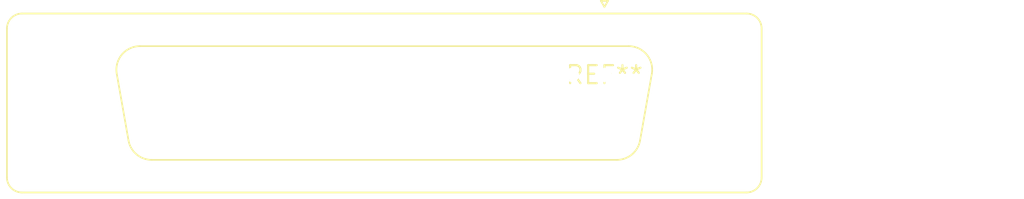
<source format=kicad_pcb>
(kicad_pcb (version 20240108) (generator pcbnew)
  (layers (0 "F.Cu" signal) (31 "B.Cu" signal) (34 "B.Paste" user) (35 "F.Paste" user) (36 "B.SilkS" user "B.Silkscreen") (37 "F.SilkS" user "F.Silkscreen") (38 "B.Mask" user) (39 "F.Mask" user) (44 "Edge.Cuts" user))
  (net 0 "")
  (footprint "DSUB-44-HD_Female_Vertical_P2.29x1.98mm_MountingHoles" (layer "F.Cu") (at 0 0)
    (property "Reference" "REF**")
    (property "Value" "DSUB-44-HD_Female_Vertical_P2.29x1.98mm_MountingHoles")
    (fp_line (start -42.135 7.23) (end -42.135 -3.27) (layer "F.SilkS") (stroke (width 0.12)))
    (fp_line (start -41.075 -4.33) (end 10.025 -4.33) (layer "F.SilkS") (stroke (width 0.12)))
    (fp_line (start -34.39147 -0.081744) (end -33.562733 4.618256) (layer "F.SilkS") (stroke (width 0.12)))
    (fp_line (start -32.756689 -2.03) (end 1.706689 -2.03) (layer "F.SilkS") (stroke (width 0.12)))
    (fp_line (start -31.927952 5.99) (end 0.877952 5.99) (layer "F.SilkS") (stroke (width 0.12)))
    (fp_line (start -0.25 -5.224338) (end 0.25 -5.224338) (layer "F.SilkS") (stroke (width 0.12)))
    (fp_line (start 0 -4.791325) (end -0.25 -5.224338) (layer "F.SilkS") (stroke (width 0.12)))
    (fp_line (start 0.25 -5.224338) (end 0 -4.791325) (layer "F.SilkS") (stroke (width 0.12)))
    (fp_line (start 3.34147 -0.081744) (end 2.512733 4.618256) (layer "F.SilkS") (stroke (width 0.12)))
    (fp_line (start 10.025 8.29) (end -41.075 8.29) (layer "F.SilkS") (stroke (width 0.12)))
    (fp_line (start 11.085 -3.27) (end 11.085 7.23) (layer "F.SilkS") (stroke (width 0.12)))
    (fp_arc (start -42.135 -3.27) (mid -41.824533 -4.019533) (end -41.075 -4.33) (layer "F.SilkS") (stroke (width 0.12)))
    (fp_arc (start -41.075 8.29) (mid -41.824533 7.979533) (end -42.135 7.23) (layer "F.SilkS") (stroke (width 0.12)))
    (fp_arc (start -34.39147 -0.081744) (mid -34.028323 -1.437028) (end -32.756689 -2.03) (layer "F.SilkS") (stroke (width 0.12)))
    (fp_arc (start -31.927952 5.99) (mid -32.994979 5.601634) (end -33.562733 4.618256) (layer "F.SilkS") (stroke (width 0.12)))
    (fp_arc (start 1.706689 -2.03) (mid 2.978323 -1.437027) (end 3.34147 -0.081744) (layer "F.SilkS") (stroke (width 0.12)))
    (fp_arc (start 2.512733 4.618256) (mid 1.94498 5.601634) (end 0.877952 5.99) (layer "F.SilkS") (stroke (width 0.12)))
    (fp_arc (start 10.025 -4.33) (mid 10.774533 -4.019533) (end 11.085 -3.27) (layer "F.SilkS") (stroke (width 0.12)))
    (fp_arc (start 11.085 7.23) (mid 10.774533 7.979533) (end 10.025 8.29) (layer "F.SilkS") (stroke (width 0.12)))
    (pad "0" thru_hole circle (at -39.075 1.98) (size 4 4) (drill 3.2) (layers *.Cu *.Mask) (remove_unused_layers))
    (pad "0" thru_hole circle (at 8.025 1.98) (size 4 4) (drill 3.2) (layers *.Cu *.Mask) (remove_unused_layers))
    (pad "1" thru_hole rect (at 0 0) (size 1.6 1.6) (drill 1) (layers *.Cu *.Mask) (remove_unused_layers))
    (pad "2" thru_hole circle (at -2.29 0) (size 1.6 1.6) (drill 1) (layers *.Cu *.Mask) (remove_unused_layers))
    (pad "3" thru_hole circle (at -4.58 0) (size 1.6 1.6) (drill 1) (layers *.Cu *.Mask) (remove_unused_layers))
    (pad "4" thru_hole circle (at -6.87 0) (size 1.6 1.6) (drill 1) (layers *.Cu *.Mask) (remove_unused_layers))
    (pad "5" thru_hole circle (at -9.16 0) (size 1.6 1.6) (drill 1) (layers *.Cu *.Mask) (remove_unused_layers))
    (pad "6" thru_hole circle (at -11.45 0) (size 1.6 1.6) (drill 1) (layers *.Cu *.Mask) (remove_unused_layers))
    (pad "7" thru_hole circle (at -13.74 0) (size 1.6 1.6) (drill 1) (layers *.Cu *.Mask) (remove_unused_layers))
    (pad "8" thru_hole circle (at -16.03 0) (size 1.6 1.6) (drill 1) (layers *.Cu *.Mask) (remove_unused_layers))
    (pad "9" thru_hole circle (at -18.32 0) (size 1.6 1.6) (drill 1) (layers *.Cu *.Mask) (remove_unused_layers))
    (pad "10" thru_hole circle (at -20.61 0) (size 1.6 1.6) (drill 1) (layers *.Cu *.Mask) (remove_unused_layers))
    (pad "11" thru_hole circle (at -22.9 0) (size 1.6 1.6) (drill 1) (layers *.Cu *.Mask) (remove_unused_layers))
    (pad "12" thru_hole circle (at -25.19 0) (size 1.6 1.6) (drill 1) (layers *.Cu *.Mask) (remove_unused_layers))
    (pad "13" thru_hole circle (at -27.48 0) (size 1.6 1.6) (drill 1) (layers *.Cu *.Mask) (remove_unused_layers))
    (pad "14" thru_hole circle (at -29.77 0) (size 1.6 1.6) (drill 1) (layers *.Cu *.Mask) (remove_unused_layers))
    (pad "15" thru_hole circle (at -32.06 0) (size 1.6 1.6) (drill 1) (layers *.Cu *.Mask) (remove_unused_layers))
    (pad "16" thru_hole circle (at 1.145 1.98) (size 1.6 1.6) (drill 1) (layers *.Cu *.Mask) (remove_unused_layers))
    (pad "17" thru_hole circle (at -1.145 1.98) (size 1.6 1.6) (drill 1) (layers *.Cu *.Mask) (remove_unused_layers))
    (pad "18" thru_hole circle (at -3.435 1.98) (size 1.6 1.6) (drill 1) (layers *.Cu *.Mask) (remove_unused_layers))
    (pad "19" thru_hole circle (at -5.725 1.98) (size 1.6 1.6) (drill 1) (layers *.Cu *.Mask) (remove_unused_layers))
    (pad "20" thru_hole circle (at -8.015 1.98) (size 1.6 1.6) (drill 1) (layers *.Cu *.Mask) (remove_unused_layers))
    (pad "21" thru_hole circle (at -10.305 1.98) (size 1.6 1.6) (drill 1) (layers *.Cu *.Mask) (remove_unused_layers))
    (pad "22" thru_hole circle (at -12.595 1.98) (size 1.6 1.6) (drill 1) (layers *.Cu *.Mask) (remove_unused_layers))
    (pad "23" thru_hole circle (at -14.885 1.98) (size 1.6 1.6) (drill 1) (layers *.Cu *.Mask) (remove_unused_layers))
    (pad "24" thru_hole circle (at -17.175 1.98) (size 1.6 1.6) (drill 1) (layers *.Cu *.Mask) (remove_unused_layers))
    (pad "25" thru_hole circle (at -19.465 1.98) (size 1.6 1.6) (drill 1) (layers *.Cu *.Mask) (remove_unused_layers))
    (pad "26" thru_hole circle (at -21.755 1.98) (size 1.6 1.6) (drill 1) (layers *.Cu *.Mask) (remove_unused_layers))
    (pad "27" thru_hole circle (at -24.045 1.98) (size 1.6 1.6) (drill 1) (layers *.Cu *.Mask) (remove_unused_layers))
    (pad "28" thru_hole circle (at -26.335 1.98) (size 1.6 1.6) (drill 1) (layers *.Cu *.Mask) (remove_unused_layers))
    (pad "29" thru_hole circle (at -28.625 1.98) (size 1.6 1.6) (drill 1) (layers *.Cu *.Mask) (remove_unused_layers))
    (pad "30" thru_hole circle (at -30.915 1.98) (size 1.6 1.6) (drill 1) (layers *.Cu *.Mask) (remove_unused_layers))
    (pad "31" thru_hole circle (at 0 3.96) (size 1.6 1.6) (drill 1) (layers *.Cu *.Mask) (remove_unused_layers))
    (pad "32" thru_hole circle (at -2.29 3.96) (size 1.6 1.6) (drill 1) (layers *.Cu *.Mask) (remove_unused_layers))
    (pad "33" thru_hole circle (at -4.58 3.96) (size 1.6 1.6) (drill 1) (layers *.Cu *.Mask) (remove_unused_layers))
    (pad "34" thru_hole circle (at -6.87 3.96) (size 1.6 1.6) (drill 1) (layers *.Cu *.Mask) (remove_unused_layers))
    (pad "35" thru_hole circle (at -9.16 3.96) (size 1.6 1.6) (drill 1) (layers *.Cu *.Mask) (remove_unused_layers))
    (pad "36" thru_hole circle (at -11.45 3.96) (size 1.6 1.6) (drill 1) (layers *.Cu *.Mask) (remove_unused_layers))
    (pad "37" thru_hole circle (at -13.74 3.96) (size 1.6 1.6) (drill 1) (layers *.Cu *.Mask) (remove_unused_layers))
    (pad "38" thru_hole circle (at -16.03 3.96) (size 1.6 1.6) (drill 1) (layers *.Cu *.Mask) (remove_unused_layers))
    (pad "39" thru_hole circle (at -18.32 3.96) (size 1.6 1.6) (drill 1) (layers *.Cu *.Mask) (remove_unused_layers))
    (pad "40" thru_hole circle (at -20.61 3.96) (size 1.6 1.6) (drill 1) (layers *.Cu *.Mask) (remove_unused_layers))
    (pad "41" thru_hole circle (at -22.9 3.96) (size 1.6 1.6) (drill 1) (layers *.Cu *.Mask) (remove_unused_layers))
    (pad "42" thru_hole circle (at -25.19 3.96) (size 1.6 1.6) (drill 1) (layers *.Cu *.Mask) (remove_unused_layers))
    (pad "43" thru_hole circle (at -27.48 3.96) (size 1.6 1.6) (drill 1) (layers *.Cu *.Mask) (remove_unused_layers))
    (pad "44" thru_hole circle (at -29.77 3.96) (size 1.6 1.6) (drill 1) (layers *.Cu *.Mask) (remove_unused_layers))
  )
)
</source>
